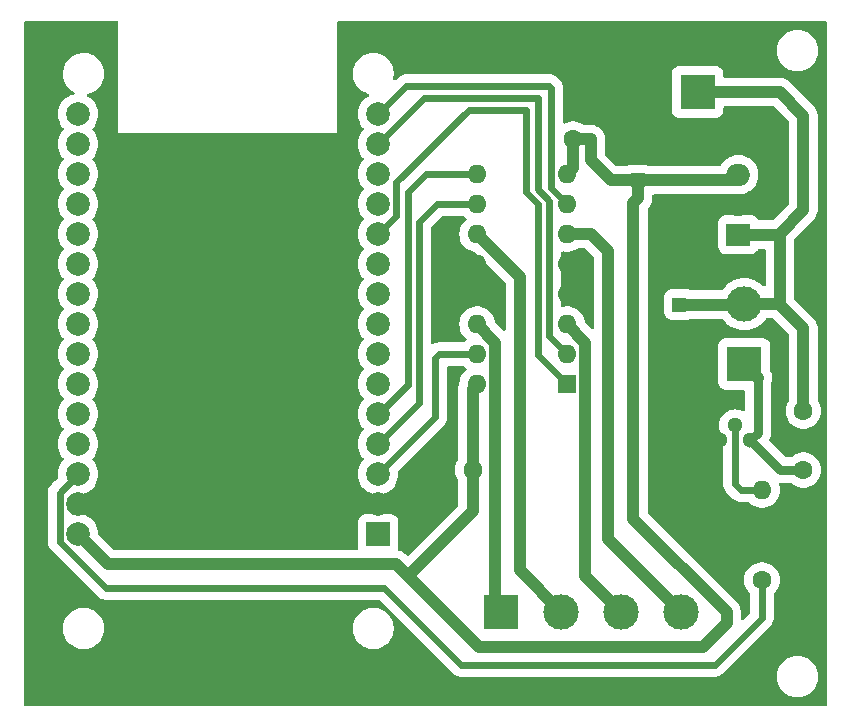
<source format=gbr>
%TF.GenerationSoftware,KiCad,Pcbnew,8.0.4*%
%TF.CreationDate,2024-09-08T20:37:16-05:00*%
%TF.ProjectId,rtt_version_final,7274745f-7665-4727-9369-6f6e5f66696e,rev?*%
%TF.SameCoordinates,Original*%
%TF.FileFunction,Copper,L2,Bot*%
%TF.FilePolarity,Positive*%
%FSLAX46Y46*%
G04 Gerber Fmt 4.6, Leading zero omitted, Abs format (unit mm)*
G04 Created by KiCad (PCBNEW 8.0.4) date 2024-09-08 20:37:16*
%MOMM*%
%LPD*%
G01*
G04 APERTURE LIST*
%TA.AperFunction,ComponentPad*%
%ADD10R,3.000000X3.000000*%
%TD*%
%TA.AperFunction,ComponentPad*%
%ADD11C,3.000000*%
%TD*%
%TA.AperFunction,ComponentPad*%
%ADD12R,1.200000X1.200000*%
%TD*%
%TA.AperFunction,ComponentPad*%
%ADD13C,1.200000*%
%TD*%
%TA.AperFunction,ComponentPad*%
%ADD14C,1.600000*%
%TD*%
%TA.AperFunction,ComponentPad*%
%ADD15R,2.000000X1.905000*%
%TD*%
%TA.AperFunction,ComponentPad*%
%ADD16O,2.000000X1.905000*%
%TD*%
%TA.AperFunction,ComponentPad*%
%ADD17R,1.600000X1.600000*%
%TD*%
%TA.AperFunction,ComponentPad*%
%ADD18O,1.600000X1.600000*%
%TD*%
%TA.AperFunction,ComponentPad*%
%ADD19C,1.300000*%
%TD*%
%TA.AperFunction,ComponentPad*%
%ADD20R,2.000000X2.000000*%
%TD*%
%TA.AperFunction,ComponentPad*%
%ADD21C,2.000000*%
%TD*%
%TA.AperFunction,ViaPad*%
%ADD22C,1.300000*%
%TD*%
%TA.AperFunction,Conductor*%
%ADD23C,0.600000*%
%TD*%
%TA.AperFunction,Conductor*%
%ADD24C,1.000000*%
%TD*%
%TA.AperFunction,Conductor*%
%ADD25C,0.800000*%
%TD*%
G04 APERTURE END LIST*
D10*
%TO.P,J3,1,Pin_1*%
%TO.N,/motor_fuerza*%
X161000000Y-77040000D03*
D11*
%TO.P,J3,2,Pin_2*%
%TO.N,+9V*%
X161000000Y-71960000D03*
%TD*%
D12*
%TO.P,C4,1*%
%TO.N,+5V*%
X152000000Y-61472600D03*
D13*
%TO.P,C4,2*%
%TO.N,GND*%
X152000000Y-59472600D03*
%TD*%
D10*
%TO.P,J1,1,Pin_1*%
%TO.N,/pot_4y*%
X140420000Y-98000000D03*
D11*
%TO.P,J1,2,Pin_2*%
%TO.N,/pot_3y*%
X145500000Y-98000000D03*
%TO.P,J1,3,Pin_3*%
%TO.N,/pot_1y*%
X150580000Y-98000000D03*
%TO.P,J1,4,Pin_4*%
%TO.N,/pot_2y*%
X155660000Y-98000000D03*
%TD*%
D12*
%TO.P,C3,1*%
%TO.N,+9V*%
X155500000Y-72000000D03*
D13*
%TO.P,C3,2*%
%TO.N,GND*%
X153500000Y-72000000D03*
%TD*%
D14*
%TO.P,C2,1*%
%TO.N,GND*%
X133000000Y-86000000D03*
%TO.P,C2,2*%
%TO.N,+5V*%
X138000000Y-86000000D03*
%TD*%
%TO.P,C1,1*%
%TO.N,+5V*%
X146500000Y-58000000D03*
%TO.P,C1,2*%
%TO.N,GND*%
X146500000Y-53000000D03*
%TD*%
D15*
%TO.P,U1,1,VI*%
%TO.N,+9V*%
X160500000Y-66080000D03*
D16*
%TO.P,U1,2,GND*%
%TO.N,GND*%
X160500000Y-63540000D03*
%TO.P,U1,3,VO*%
%TO.N,+5V*%
X160500000Y-61000000D03*
%TD*%
D17*
%TO.P,U2,1,EN1\u002C2*%
%TO.N,/EN12*%
X146000000Y-78740000D03*
D18*
%TO.P,U2,2,1A*%
%TO.N,/1A*%
X146000000Y-76200000D03*
%TO.P,U2,3,1Y*%
%TO.N,/pot_1y*%
X146000000Y-73660000D03*
%TO.P,U2,4,GND*%
%TO.N,GND*%
X146000000Y-71120000D03*
%TO.P,U2,5,GND*%
X146000000Y-68580000D03*
%TO.P,U2,6,2Y*%
%TO.N,/pot_2y*%
X146000000Y-66040000D03*
%TO.P,U2,7,2A*%
%TO.N,/2A*%
X146000000Y-63500000D03*
%TO.P,U2,8,VCC2*%
%TO.N,+5V*%
X146000000Y-60960000D03*
%TO.P,U2,9,EN3\u002C4*%
%TO.N,/EN34*%
X138380000Y-60960000D03*
%TO.P,U2,10,3A*%
%TO.N,/3A*%
X138380000Y-63500000D03*
%TO.P,U2,11,3Y*%
%TO.N,/pot_3y*%
X138380000Y-66040000D03*
%TO.P,U2,12,GND*%
%TO.N,GND*%
X138380000Y-68580000D03*
%TO.P,U2,13,GND*%
X138380000Y-71120000D03*
%TO.P,U2,14,4Y*%
%TO.N,/pot_4y*%
X138380000Y-73660000D03*
%TO.P,U2,15,4A*%
%TO.N,/4A*%
X138380000Y-76200000D03*
%TO.P,U2,16,VCC1*%
%TO.N,+5V*%
X138380000Y-78740000D03*
%TD*%
D19*
%TO.P,Q2,1,E*%
%TO.N,GND*%
X158960000Y-83500000D03*
%TO.P,Q2,2,B*%
%TO.N,Net-(Q2-B)*%
X160230000Y-82230000D03*
%TO.P,Q2,3,C*%
%TO.N,/motor_fuerza*%
X161500000Y-83500000D03*
%TD*%
D20*
%TO.P,U3,1,3V3*%
%TO.N,unconnected-(U3-3V3-Pad1)*%
X130000000Y-91440000D03*
D21*
%TO.P,U3,2,GND*%
%TO.N,GND*%
X130000000Y-88900000D03*
%TO.P,U3,3,D15*%
%TO.N,/4A*%
X130000000Y-86360000D03*
%TO.P,U3,4,D2*%
%TO.N,/3A*%
X130000000Y-83820000D03*
%TO.P,U3,5,D4*%
%TO.N,/EN34*%
X130000000Y-81280000D03*
%TO.P,U3,6,RX2*%
%TO.N,unconnected-(U3-RX2-Pad6)*%
X130000000Y-78740000D03*
%TO.P,U3,7,TX2*%
%TO.N,unconnected-(U3-TX2-Pad7)*%
X130000000Y-76200000D03*
%TO.P,U3,8,D5*%
%TO.N,unconnected-(U3-D5-Pad8)*%
X130000000Y-73660000D03*
%TO.P,U3,9,D18*%
%TO.N,unconnected-(U3-D18-Pad9)*%
X130000000Y-71120000D03*
%TO.P,U3,10,D19*%
%TO.N,unconnected-(U3-D19-Pad10)*%
X130000000Y-68580000D03*
%TO.P,U3,11,D21*%
%TO.N,/EN12*%
X130000000Y-66040000D03*
%TO.P,U3,12,RX0*%
%TO.N,unconnected-(U3-RX0-Pad12)*%
X130000000Y-63500000D03*
%TO.P,U3,13,TX0*%
%TO.N,unconnected-(U3-TX0-Pad13)*%
X130000000Y-60960000D03*
%TO.P,U3,14,D22*%
%TO.N,/1A*%
X130000000Y-58420000D03*
%TO.P,U3,15,D23*%
%TO.N,/2A*%
X130000000Y-55880000D03*
%TO.P,U3,16,EN*%
%TO.N,unconnected-(U3-EN-Pad16)*%
X104600000Y-55880000D03*
%TO.P,U3,17,VP*%
%TO.N,unconnected-(U3-VP-Pad17)*%
X104600000Y-58420000D03*
%TO.P,U3,18,VN*%
%TO.N,unconnected-(U3-VN-Pad18)*%
X104600000Y-60960000D03*
%TO.P,U3,19,D34*%
%TO.N,unconnected-(U3-D34-Pad19)*%
X104600000Y-63500000D03*
%TO.P,U3,20,D35*%
%TO.N,unconnected-(U3-D35-Pad20)*%
X104600000Y-66040000D03*
%TO.P,U3,21,D32*%
%TO.N,unconnected-(U3-D32-Pad21)*%
X104600000Y-68580000D03*
%TO.P,U3,22,D33*%
%TO.N,unconnected-(U3-D33-Pad22)*%
X104600000Y-71120000D03*
%TO.P,U3,23,D25*%
%TO.N,unconnected-(U3-D25-Pad23)*%
X104600000Y-73660000D03*
%TO.P,U3,24,D26*%
%TO.N,unconnected-(U3-D26-Pad24)*%
X104600000Y-76200000D03*
%TO.P,U3,25,D27*%
%TO.N,unconnected-(U3-D27-Pad25)*%
X104600000Y-78740000D03*
%TO.P,U3,26,D14*%
%TO.N,unconnected-(U3-D14-Pad26)*%
X104600000Y-81280000D03*
%TO.P,U3,27,D12*%
%TO.N,unconnected-(U3-D12-Pad27)*%
X104600000Y-83820000D03*
%TO.P,U3,28,D13*%
%TO.N,/pwm*%
X104600000Y-86360000D03*
%TO.P,U3,29,GND*%
%TO.N,GND*%
X104600000Y-88900000D03*
%TO.P,U3,30,VIN*%
%TO.N,+5V*%
X104600000Y-91440000D03*
%TD*%
D14*
%TO.P,C5,1*%
%TO.N,+9V*%
X166000000Y-81000000D03*
%TO.P,C5,2*%
%TO.N,/motor_fuerza*%
X166000000Y-86000000D03*
%TD*%
D10*
%TO.P,J2,1,Pin_1*%
%TO.N,+9V*%
X157040000Y-54000000D03*
D11*
%TO.P,J2,2,Pin_2*%
%TO.N,GND*%
X151960000Y-54000000D03*
%TD*%
D14*
%TO.P,R1,1*%
%TO.N,/pwm*%
X162500000Y-95310000D03*
D18*
%TO.P,R1,2*%
%TO.N,Net-(Q2-B)*%
X162500000Y-87690000D03*
%TD*%
D22*
%TO.N,GND*%
X147500000Y-72000000D03*
X136500000Y-68500000D03*
X155000000Y-78500000D03*
X135500000Y-84000000D03*
%TD*%
D23*
%TO.N,/3A*%
X133500000Y-80320000D02*
X130000000Y-83820000D01*
X133500000Y-65000000D02*
X133500000Y-80320000D01*
X138380000Y-63500000D02*
X135000000Y-63500000D01*
X135000000Y-63500000D02*
X133500000Y-65000000D01*
%TO.N,/EN34*%
X132500000Y-78780000D02*
X130000000Y-81280000D01*
X134040000Y-60960000D02*
X132500000Y-62500000D01*
X132500000Y-62500000D02*
X132500000Y-78780000D01*
X138380000Y-60960000D02*
X134040000Y-60960000D01*
D24*
%TO.N,/pot_4y*%
X138380000Y-73660000D02*
X139934000Y-75214000D01*
X139934000Y-75214000D02*
X139934000Y-97514000D01*
X139934000Y-97514000D02*
X140420000Y-98000000D01*
%TO.N,/pot_2y*%
X148040000Y-66040000D02*
X146000000Y-66040000D01*
X149500000Y-67500000D02*
X148040000Y-66040000D01*
X155660000Y-98000000D02*
X149500000Y-91840000D01*
X149500000Y-91840000D02*
X149500000Y-67500000D01*
%TO.N,/pot_3y*%
X142000000Y-69660000D02*
X142000000Y-94500000D01*
X138380000Y-66040000D02*
X142000000Y-69660000D01*
X142000000Y-94500000D02*
X145500000Y-98000000D01*
%TO.N,/pot_1y*%
X147554000Y-94974000D02*
X147554000Y-75214000D01*
X147554000Y-75214000D02*
X146000000Y-73660000D01*
X150580000Y-98000000D02*
X147554000Y-94974000D01*
%TO.N,+9V*%
X163920000Y-66080000D02*
X164000000Y-66000000D01*
X166000000Y-74000000D02*
X164000000Y-72000000D01*
X157040000Y-54000000D02*
X164000000Y-54000000D01*
X163960000Y-71960000D02*
X161000000Y-71960000D01*
X166000000Y-56000000D02*
X166000000Y-64000000D01*
X164000000Y-72000000D02*
X163960000Y-71960000D01*
X164000000Y-66000000D02*
X164000000Y-72000000D01*
X166000000Y-64000000D02*
X164000000Y-66000000D01*
X164000000Y-54000000D02*
X166000000Y-56000000D01*
X155500000Y-72000000D02*
X160960000Y-72000000D01*
X166000000Y-81000000D02*
X166000000Y-74000000D01*
X160960000Y-72000000D02*
X161000000Y-71960000D01*
X160500000Y-66080000D02*
X163920000Y-66080000D01*
%TO.N,GND*%
X136580000Y-68580000D02*
X136500000Y-68500000D01*
X151960000Y-54000000D02*
X151500000Y-54000000D01*
X138380000Y-68580000D02*
X136580000Y-68580000D01*
X138380000Y-71120000D02*
X138380000Y-68580000D01*
%TO.N,/motor_fuerza*%
X160770000Y-77270000D02*
X161000000Y-77040000D01*
D25*
X162149999Y-82850001D02*
X161500000Y-83500000D01*
X164000000Y-86000000D02*
X161500000Y-83500000D01*
X162149999Y-78189999D02*
X162149999Y-82850001D01*
D24*
X161000000Y-77040000D02*
X162149999Y-78189999D01*
D25*
X166000000Y-86000000D02*
X164000000Y-86000000D01*
D23*
%TO.N,/pwm*%
X103046000Y-87914000D02*
X104600000Y-86360000D01*
X137000000Y-102500000D02*
X130500000Y-96000000D01*
X103046000Y-92083688D02*
X103046000Y-87914000D01*
X130500000Y-96000000D02*
X106962312Y-96000000D01*
X158500000Y-102500000D02*
X137000000Y-102500000D01*
X162500000Y-98500000D02*
X162500000Y-95310000D01*
X106962312Y-96000000D02*
X103046000Y-92083688D01*
X158500000Y-102500000D02*
X162500000Y-98500000D01*
D24*
%TO.N,+5V*%
X157500000Y-101000000D02*
X138500000Y-101000000D01*
X132500000Y-95000000D02*
X131500000Y-94000000D01*
X149709800Y-61472600D02*
X152000000Y-61472600D01*
X160027400Y-61472600D02*
X160500000Y-61000000D01*
X138000000Y-86000000D02*
X138000000Y-79120000D01*
X146500000Y-60460000D02*
X146000000Y-60960000D01*
X152000000Y-63000000D02*
X151618600Y-63381400D01*
X146500000Y-58000000D02*
X148000000Y-58000000D01*
X107160000Y-94000000D02*
X104600000Y-91440000D01*
X148000000Y-58000000D02*
X148000000Y-59762800D01*
X131500000Y-94000000D02*
X107160000Y-94000000D01*
X159500000Y-98000000D02*
X159500000Y-99000000D01*
X146500000Y-58000000D02*
X146500000Y-60460000D01*
X151618600Y-63381400D02*
X151618600Y-90118600D01*
X152000000Y-61472600D02*
X160027400Y-61472600D01*
X138000000Y-79120000D02*
X138380000Y-78740000D01*
X138000000Y-86000000D02*
X138000000Y-89500000D01*
X138500000Y-101000000D02*
X132500000Y-95000000D01*
X148000000Y-59762800D02*
X149709800Y-61472600D01*
X138000000Y-89500000D02*
X132500000Y-95000000D01*
X159500000Y-99000000D02*
X157500000Y-101000000D01*
X152000000Y-61472600D02*
X152000000Y-63000000D01*
X151618600Y-90118600D02*
X159500000Y-98000000D01*
D23*
%TO.N,/2A*%
X144500000Y-53500000D02*
X132380000Y-53500000D01*
X144646000Y-62146000D02*
X144646000Y-53646000D01*
X144646000Y-53646000D02*
X144500000Y-53500000D01*
X132380000Y-53500000D02*
X130000000Y-55880000D01*
X146000000Y-63500000D02*
X144646000Y-62146000D01*
%TO.N,/4A*%
X134854000Y-76500000D02*
X134854000Y-81506000D01*
X138380000Y-76200000D02*
X135154000Y-76200000D01*
X135154000Y-76200000D02*
X134854000Y-76500000D01*
X134854000Y-81506000D02*
X130000000Y-86360000D01*
%TO.N,/1A*%
X144500000Y-74700000D02*
X144500000Y-63207738D01*
X143500000Y-62207738D02*
X143500000Y-54500000D01*
X133920000Y-54500000D02*
X130000000Y-58420000D01*
X144500000Y-63207738D02*
X143500000Y-62207738D01*
X146000000Y-76200000D02*
X144500000Y-74700000D01*
X143500000Y-54500000D02*
X133920000Y-54500000D01*
%TO.N,/EN12*%
X143500000Y-76240000D02*
X143500000Y-63500000D01*
X143500000Y-63500000D02*
X142500000Y-62500000D01*
X142500000Y-62500000D02*
X142500000Y-55500000D01*
X142500000Y-55500000D02*
X137657688Y-55500000D01*
X131554000Y-64486000D02*
X130000000Y-66040000D01*
X131554000Y-61603688D02*
X131554000Y-64486000D01*
X137657688Y-55500000D02*
X131554000Y-61603688D01*
X146000000Y-78740000D02*
X143500000Y-76240000D01*
%TO.N,Net-(Q2-B)*%
X160230000Y-82230000D02*
X160230000Y-87230000D01*
X160690000Y-87690000D02*
X162500000Y-87690000D01*
X160230000Y-87230000D02*
X160690000Y-87690000D01*
X162500000Y-87690000D02*
X162500000Y-87410000D01*
%TD*%
%TA.AperFunction,Conductor*%
%TO.N,GND*%
G36*
X137274184Y-64520185D02*
G01*
X137298374Y-64540517D01*
X137360252Y-64607734D01*
X137360256Y-64607738D01*
X137443008Y-64672147D01*
X137483821Y-64728857D01*
X137487496Y-64798630D01*
X137452864Y-64859313D01*
X137443014Y-64867848D01*
X137384400Y-64913469D01*
X137360257Y-64932261D01*
X137191833Y-65115217D01*
X137055826Y-65323393D01*
X136955936Y-65551118D01*
X136894892Y-65792175D01*
X136894890Y-65792187D01*
X136874357Y-66039994D01*
X136874357Y-66040005D01*
X136894890Y-66287812D01*
X136894892Y-66287824D01*
X136955936Y-66528881D01*
X137055826Y-66756606D01*
X137191833Y-66964782D01*
X137191836Y-66964785D01*
X137360256Y-67147738D01*
X137556491Y-67300474D01*
X137775190Y-67418828D01*
X138010386Y-67499571D01*
X138128946Y-67519354D01*
X138191831Y-67549804D01*
X138196218Y-67553982D01*
X140763181Y-70120945D01*
X140796666Y-70182268D01*
X140799500Y-70208626D01*
X140799500Y-74082374D01*
X140779815Y-74149413D01*
X140727011Y-74195168D01*
X140657853Y-74205112D01*
X140594297Y-74176087D01*
X140587819Y-74170055D01*
X140265592Y-73847828D01*
X139900238Y-73482474D01*
X139866755Y-73421154D01*
X139865609Y-73415189D01*
X139865109Y-73412196D01*
X139865108Y-73412179D01*
X139815916Y-73217926D01*
X139804063Y-73171118D01*
X139704173Y-72943393D01*
X139568166Y-72735217D01*
X139535183Y-72699388D01*
X139399744Y-72552262D01*
X139203509Y-72399526D01*
X139203507Y-72399525D01*
X139203506Y-72399524D01*
X138984811Y-72281172D01*
X138984802Y-72281169D01*
X138749616Y-72200429D01*
X138504335Y-72159500D01*
X138255665Y-72159500D01*
X138010383Y-72200429D01*
X137775197Y-72281169D01*
X137775188Y-72281172D01*
X137556493Y-72399524D01*
X137360257Y-72552261D01*
X137191833Y-72735217D01*
X137055826Y-72943393D01*
X136955936Y-73171118D01*
X136894892Y-73412175D01*
X136894890Y-73412187D01*
X136874357Y-73659994D01*
X136874357Y-73660005D01*
X136894890Y-73907812D01*
X136894892Y-73907824D01*
X136955936Y-74148881D01*
X137055826Y-74376606D01*
X137191833Y-74584782D01*
X137191836Y-74584785D01*
X137360256Y-74767738D01*
X137443008Y-74832147D01*
X137483821Y-74888857D01*
X137487496Y-74958630D01*
X137452864Y-75019313D01*
X137443014Y-75027848D01*
X137427252Y-75040117D01*
X137360255Y-75092262D01*
X137360252Y-75092265D01*
X137298374Y-75159483D01*
X137238487Y-75195474D01*
X137207145Y-75199500D01*
X135055455Y-75199500D01*
X134958812Y-75218724D01*
X134862171Y-75237947D01*
X134862163Y-75237949D01*
X134811903Y-75258768D01*
X134811902Y-75258768D01*
X134674457Y-75315699D01*
X134673660Y-75313776D01*
X134614514Y-75326073D01*
X134549277Y-75301054D01*
X134507924Y-75244737D01*
X134500500Y-75202476D01*
X134500500Y-65465782D01*
X134520185Y-65398743D01*
X134536819Y-65378101D01*
X135378102Y-64536819D01*
X135439425Y-64503334D01*
X135465783Y-64500500D01*
X137207145Y-64500500D01*
X137274184Y-64520185D01*
G37*
%TD.AperFunction*%
%TA.AperFunction,Conductor*%
G36*
X147558413Y-67260185D02*
G01*
X147579055Y-67276819D01*
X148263181Y-67960944D01*
X148296666Y-68022267D01*
X148299500Y-68048625D01*
X148299500Y-73962374D01*
X148279815Y-74029413D01*
X148227011Y-74075168D01*
X148157853Y-74085112D01*
X148094297Y-74056087D01*
X148087819Y-74050055D01*
X147520240Y-73482476D01*
X147486755Y-73421153D01*
X147485610Y-73415190D01*
X147485108Y-73412190D01*
X147485108Y-73412179D01*
X147424063Y-73171119D01*
X147417198Y-73155469D01*
X147324173Y-72943393D01*
X147188166Y-72735217D01*
X147155183Y-72699388D01*
X147019744Y-72552262D01*
X146823509Y-72399526D01*
X146823507Y-72399525D01*
X146823506Y-72399524D01*
X146604811Y-72281172D01*
X146604802Y-72281169D01*
X146369616Y-72200429D01*
X146124335Y-72159500D01*
X145875665Y-72159500D01*
X145644909Y-72198005D01*
X145575544Y-72189623D01*
X145521722Y-72145070D01*
X145500532Y-72078491D01*
X145500500Y-72075696D01*
X145500500Y-67624303D01*
X145520185Y-67557264D01*
X145572989Y-67511509D01*
X145642147Y-67501565D01*
X145644860Y-67501986D01*
X145875665Y-67540500D01*
X145875666Y-67540500D01*
X146124335Y-67540500D01*
X146369614Y-67499571D01*
X146604810Y-67418828D01*
X146823509Y-67300474D01*
X146861325Y-67271041D01*
X146866972Y-67266646D01*
X146931967Y-67241004D01*
X146943134Y-67240500D01*
X147491374Y-67240500D01*
X147558413Y-67260185D01*
G37*
%TD.AperFunction*%
%TA.AperFunction,Conductor*%
G36*
X107943039Y-48019685D02*
G01*
X107988794Y-48072489D01*
X108000000Y-48124000D01*
X108000000Y-57500000D01*
X126500000Y-57500000D01*
X126500000Y-50385258D01*
X163749500Y-50385258D01*
X163749500Y-50614741D01*
X163764603Y-50729451D01*
X163779452Y-50842238D01*
X163819417Y-50991392D01*
X163838842Y-51063887D01*
X163926650Y-51275876D01*
X163926657Y-51275890D01*
X164041392Y-51474617D01*
X164181081Y-51656661D01*
X164181089Y-51656670D01*
X164343330Y-51818911D01*
X164343338Y-51818918D01*
X164525382Y-51958607D01*
X164525385Y-51958608D01*
X164525388Y-51958611D01*
X164724112Y-52073344D01*
X164724117Y-52073346D01*
X164724123Y-52073349D01*
X164807197Y-52107759D01*
X164936113Y-52161158D01*
X165157762Y-52220548D01*
X165385266Y-52250500D01*
X165385273Y-52250500D01*
X165614727Y-52250500D01*
X165614734Y-52250500D01*
X165842238Y-52220548D01*
X166063887Y-52161158D01*
X166275888Y-52073344D01*
X166474612Y-51958611D01*
X166656661Y-51818919D01*
X166656665Y-51818914D01*
X166656670Y-51818911D01*
X166818911Y-51656670D01*
X166818914Y-51656665D01*
X166818919Y-51656661D01*
X166958611Y-51474612D01*
X167073344Y-51275888D01*
X167161158Y-51063887D01*
X167220548Y-50842238D01*
X167250500Y-50614734D01*
X167250500Y-50385266D01*
X167220548Y-50157762D01*
X167161158Y-49936113D01*
X167073344Y-49724112D01*
X166958611Y-49525388D01*
X166958608Y-49525385D01*
X166958607Y-49525382D01*
X166818918Y-49343338D01*
X166818911Y-49343330D01*
X166656670Y-49181089D01*
X166656661Y-49181081D01*
X166474617Y-49041392D01*
X166275890Y-48926657D01*
X166275876Y-48926650D01*
X166063887Y-48838842D01*
X165842238Y-48779452D01*
X165804215Y-48774446D01*
X165614741Y-48749500D01*
X165614734Y-48749500D01*
X165385266Y-48749500D01*
X165385258Y-48749500D01*
X165168715Y-48778009D01*
X165157762Y-48779452D01*
X165064076Y-48804554D01*
X164936112Y-48838842D01*
X164724123Y-48926650D01*
X164724109Y-48926657D01*
X164525382Y-49041392D01*
X164343338Y-49181081D01*
X164181081Y-49343338D01*
X164041392Y-49525382D01*
X163926657Y-49724109D01*
X163926650Y-49724123D01*
X163838842Y-49936112D01*
X163779453Y-50157759D01*
X163779451Y-50157770D01*
X163749500Y-50385258D01*
X126500000Y-50385258D01*
X126500000Y-48124000D01*
X126519685Y-48056961D01*
X126572489Y-48011206D01*
X126624000Y-48000000D01*
X167876000Y-48000000D01*
X167943039Y-48019685D01*
X167988794Y-48072489D01*
X168000000Y-48124000D01*
X168000000Y-105876000D01*
X167980315Y-105943039D01*
X167927511Y-105988794D01*
X167876000Y-106000000D01*
X100124000Y-106000000D01*
X100056961Y-105980315D01*
X100011206Y-105927511D01*
X100000000Y-105876000D01*
X100000000Y-99285258D01*
X103319500Y-99285258D01*
X103319500Y-99514741D01*
X103338342Y-99657853D01*
X103349452Y-99742238D01*
X103356809Y-99769695D01*
X103408842Y-99963887D01*
X103496650Y-100175876D01*
X103496657Y-100175890D01*
X103611392Y-100374617D01*
X103751081Y-100556661D01*
X103751089Y-100556670D01*
X103913330Y-100718911D01*
X103913338Y-100718918D01*
X104095382Y-100858607D01*
X104095385Y-100858608D01*
X104095388Y-100858611D01*
X104294112Y-100973344D01*
X104294117Y-100973346D01*
X104294123Y-100973349D01*
X104385480Y-101011190D01*
X104506113Y-101061158D01*
X104727762Y-101120548D01*
X104955266Y-101150500D01*
X104955273Y-101150500D01*
X105184727Y-101150500D01*
X105184734Y-101150500D01*
X105412238Y-101120548D01*
X105633887Y-101061158D01*
X105845888Y-100973344D01*
X106044612Y-100858611D01*
X106226661Y-100718919D01*
X106226665Y-100718914D01*
X106226670Y-100718911D01*
X106388911Y-100556670D01*
X106388914Y-100556665D01*
X106388919Y-100556661D01*
X106528611Y-100374612D01*
X106643344Y-100175888D01*
X106731158Y-99963887D01*
X106790548Y-99742238D01*
X106820500Y-99514734D01*
X106820500Y-99285266D01*
X106820499Y-99285258D01*
X127829500Y-99285258D01*
X127829500Y-99514741D01*
X127848342Y-99657853D01*
X127859452Y-99742238D01*
X127866809Y-99769695D01*
X127918842Y-99963887D01*
X128006650Y-100175876D01*
X128006657Y-100175890D01*
X128121392Y-100374617D01*
X128261081Y-100556661D01*
X128261089Y-100556670D01*
X128423330Y-100718911D01*
X128423338Y-100718918D01*
X128605382Y-100858607D01*
X128605385Y-100858608D01*
X128605388Y-100858611D01*
X128804112Y-100973344D01*
X128804117Y-100973346D01*
X128804123Y-100973349D01*
X128895480Y-101011190D01*
X129016113Y-101061158D01*
X129237762Y-101120548D01*
X129465266Y-101150500D01*
X129465273Y-101150500D01*
X129694727Y-101150500D01*
X129694734Y-101150500D01*
X129922238Y-101120548D01*
X130143887Y-101061158D01*
X130355888Y-100973344D01*
X130554612Y-100858611D01*
X130736661Y-100718919D01*
X130736665Y-100718914D01*
X130736670Y-100718911D01*
X130898911Y-100556670D01*
X130898914Y-100556665D01*
X130898919Y-100556661D01*
X131038611Y-100374612D01*
X131153344Y-100175888D01*
X131241158Y-99963887D01*
X131300548Y-99742238D01*
X131330500Y-99514734D01*
X131330500Y-99285266D01*
X131300548Y-99057762D01*
X131241158Y-98836113D01*
X131187422Y-98706383D01*
X131153349Y-98624123D01*
X131153346Y-98624117D01*
X131153344Y-98624112D01*
X131038611Y-98425388D01*
X131038608Y-98425385D01*
X131038607Y-98425382D01*
X130898918Y-98243338D01*
X130898911Y-98243330D01*
X130736670Y-98081089D01*
X130736661Y-98081081D01*
X130554617Y-97941392D01*
X130355890Y-97826657D01*
X130355876Y-97826650D01*
X130143887Y-97738842D01*
X130069394Y-97718882D01*
X129922238Y-97679452D01*
X129884215Y-97674446D01*
X129694741Y-97649500D01*
X129694734Y-97649500D01*
X129465266Y-97649500D01*
X129465258Y-97649500D01*
X129248715Y-97678009D01*
X129237762Y-97679452D01*
X129144076Y-97704554D01*
X129016112Y-97738842D01*
X128804123Y-97826650D01*
X128804109Y-97826657D01*
X128605382Y-97941392D01*
X128423338Y-98081081D01*
X128261081Y-98243338D01*
X128121392Y-98425382D01*
X128006657Y-98624109D01*
X128006650Y-98624123D01*
X127918842Y-98836112D01*
X127859453Y-99057759D01*
X127859451Y-99057770D01*
X127829500Y-99285258D01*
X106820499Y-99285258D01*
X106790548Y-99057762D01*
X106731158Y-98836113D01*
X106677422Y-98706383D01*
X106643349Y-98624123D01*
X106643346Y-98624117D01*
X106643344Y-98624112D01*
X106528611Y-98425388D01*
X106528608Y-98425385D01*
X106528607Y-98425382D01*
X106388918Y-98243338D01*
X106388911Y-98243330D01*
X106226670Y-98081089D01*
X106226661Y-98081081D01*
X106044617Y-97941392D01*
X105845890Y-97826657D01*
X105845876Y-97826650D01*
X105633887Y-97738842D01*
X105559394Y-97718882D01*
X105412238Y-97679452D01*
X105374215Y-97674446D01*
X105184741Y-97649500D01*
X105184734Y-97649500D01*
X104955266Y-97649500D01*
X104955258Y-97649500D01*
X104738715Y-97678009D01*
X104727762Y-97679452D01*
X104634076Y-97704554D01*
X104506112Y-97738842D01*
X104294123Y-97826650D01*
X104294109Y-97826657D01*
X104095382Y-97941392D01*
X103913338Y-98081081D01*
X103751081Y-98243338D01*
X103611392Y-98425382D01*
X103496657Y-98624109D01*
X103496650Y-98624123D01*
X103408842Y-98836112D01*
X103349453Y-99057759D01*
X103349451Y-99057770D01*
X103319500Y-99285258D01*
X100000000Y-99285258D01*
X100000000Y-92182231D01*
X102045499Y-92182231D01*
X102083947Y-92375517D01*
X102083950Y-92375527D01*
X102159364Y-92557595D01*
X102159371Y-92557608D01*
X102268859Y-92721468D01*
X102268860Y-92721469D01*
X102268861Y-92721470D01*
X102408218Y-92860827D01*
X102408219Y-92860827D01*
X102415286Y-92867894D01*
X102415285Y-92867894D01*
X102415289Y-92867897D01*
X106324527Y-96777137D01*
X106324531Y-96777140D01*
X106488391Y-96886628D01*
X106488400Y-96886633D01*
X106514377Y-96897393D01*
X106670477Y-96962052D01*
X106835554Y-96994888D01*
X106863767Y-97000500D01*
X106863770Y-97000501D01*
X106863772Y-97000501D01*
X107066967Y-97000501D01*
X107066987Y-97000500D01*
X130034218Y-97000500D01*
X130101257Y-97020185D01*
X130121899Y-97036819D01*
X136219735Y-103134655D01*
X136219764Y-103134686D01*
X136362214Y-103277136D01*
X136362218Y-103277139D01*
X136526079Y-103386628D01*
X136526092Y-103386635D01*
X136654833Y-103439961D01*
X136697744Y-103457735D01*
X136708164Y-103462051D01*
X136804812Y-103481275D01*
X136853135Y-103490887D01*
X136901458Y-103500500D01*
X136901459Y-103500500D01*
X158598542Y-103500500D01*
X158617870Y-103496655D01*
X158695188Y-103481275D01*
X158791836Y-103462051D01*
X158845165Y-103439961D01*
X158973914Y-103386632D01*
X158975970Y-103385258D01*
X163749500Y-103385258D01*
X163749500Y-103614741D01*
X163774446Y-103804215D01*
X163779452Y-103842238D01*
X163779453Y-103842240D01*
X163838842Y-104063887D01*
X163926650Y-104275876D01*
X163926657Y-104275890D01*
X164041392Y-104474617D01*
X164181081Y-104656661D01*
X164181089Y-104656670D01*
X164343330Y-104818911D01*
X164343338Y-104818918D01*
X164525382Y-104958607D01*
X164525385Y-104958608D01*
X164525388Y-104958611D01*
X164724112Y-105073344D01*
X164724117Y-105073346D01*
X164724123Y-105073349D01*
X164815480Y-105111190D01*
X164936113Y-105161158D01*
X165157762Y-105220548D01*
X165385266Y-105250500D01*
X165385273Y-105250500D01*
X165614727Y-105250500D01*
X165614734Y-105250500D01*
X165842238Y-105220548D01*
X166063887Y-105161158D01*
X166275888Y-105073344D01*
X166474612Y-104958611D01*
X166656661Y-104818919D01*
X166656665Y-104818914D01*
X166656670Y-104818911D01*
X166818911Y-104656670D01*
X166818914Y-104656665D01*
X166818919Y-104656661D01*
X166958611Y-104474612D01*
X167073344Y-104275888D01*
X167161158Y-104063887D01*
X167220548Y-103842238D01*
X167250500Y-103614734D01*
X167250500Y-103385266D01*
X167220548Y-103157762D01*
X167161158Y-102936113D01*
X167073344Y-102724112D01*
X166958611Y-102525388D01*
X166958608Y-102525385D01*
X166958607Y-102525382D01*
X166818918Y-102343338D01*
X166818911Y-102343330D01*
X166656670Y-102181089D01*
X166656661Y-102181081D01*
X166474617Y-102041392D01*
X166275890Y-101926657D01*
X166275876Y-101926650D01*
X166063887Y-101838842D01*
X165842238Y-101779452D01*
X165804215Y-101774446D01*
X165614741Y-101749500D01*
X165614734Y-101749500D01*
X165385266Y-101749500D01*
X165385258Y-101749500D01*
X165168715Y-101778009D01*
X165157762Y-101779452D01*
X165064076Y-101804554D01*
X164936112Y-101838842D01*
X164724123Y-101926650D01*
X164724109Y-101926657D01*
X164525382Y-102041392D01*
X164343338Y-102181081D01*
X164181081Y-102343338D01*
X164041392Y-102525382D01*
X163926657Y-102724109D01*
X163926650Y-102724123D01*
X163838842Y-102936112D01*
X163838842Y-102936113D01*
X163784807Y-103137779D01*
X163779453Y-103157759D01*
X163779451Y-103157770D01*
X163749500Y-103385258D01*
X158975970Y-103385258D01*
X159137782Y-103277139D01*
X159277139Y-103137782D01*
X159277139Y-103137780D01*
X159287347Y-103127573D01*
X159287348Y-103127570D01*
X163277139Y-99137782D01*
X163306072Y-99094481D01*
X163386632Y-98973914D01*
X163462051Y-98791835D01*
X163488369Y-98659527D01*
X163500500Y-98598543D01*
X163500500Y-96487027D01*
X163520185Y-96419988D01*
X163533265Y-96403049D01*
X163688164Y-96234785D01*
X163824173Y-96026607D01*
X163924063Y-95798881D01*
X163985108Y-95557821D01*
X163995299Y-95434832D01*
X164005643Y-95310005D01*
X164005643Y-95309994D01*
X163985109Y-95062187D01*
X163985107Y-95062175D01*
X163924063Y-94821118D01*
X163824173Y-94593393D01*
X163688166Y-94385217D01*
X163666557Y-94361744D01*
X163519744Y-94202262D01*
X163323509Y-94049526D01*
X163323507Y-94049525D01*
X163323506Y-94049524D01*
X163104811Y-93931172D01*
X163104802Y-93931169D01*
X162869616Y-93850429D01*
X162624335Y-93809500D01*
X162375665Y-93809500D01*
X162130383Y-93850429D01*
X161895197Y-93931169D01*
X161895188Y-93931172D01*
X161676493Y-94049524D01*
X161480257Y-94202261D01*
X161311833Y-94385217D01*
X161175826Y-94593393D01*
X161075936Y-94821118D01*
X161014892Y-95062175D01*
X161014890Y-95062187D01*
X160994357Y-95309994D01*
X160994357Y-95310005D01*
X161014890Y-95557812D01*
X161014892Y-95557824D01*
X161075936Y-95798881D01*
X161175826Y-96026606D01*
X161311833Y-96234782D01*
X161311836Y-96234785D01*
X161466730Y-96403045D01*
X161497652Y-96465698D01*
X161499500Y-96487027D01*
X161499500Y-98034217D01*
X161479815Y-98101256D01*
X161463181Y-98121898D01*
X160912181Y-98672898D01*
X160850858Y-98706383D01*
X160781166Y-98701399D01*
X160725233Y-98659527D01*
X160700816Y-98594063D01*
X160700500Y-98585217D01*
X160700500Y-97905513D01*
X160670940Y-97718881D01*
X160643846Y-97635497D01*
X160612547Y-97539168D01*
X160612545Y-97539165D01*
X160612545Y-97539163D01*
X160556540Y-97429247D01*
X160526760Y-97370801D01*
X160415690Y-97217927D01*
X160282073Y-97084310D01*
X152855419Y-89657655D01*
X152821934Y-89596332D01*
X152819100Y-89569974D01*
X152819100Y-75483386D01*
X158799500Y-75483386D01*
X158799500Y-78596613D01*
X158805913Y-78667192D01*
X158805913Y-78667194D01*
X158805914Y-78667196D01*
X158856522Y-78829606D01*
X158944530Y-78975188D01*
X159064811Y-79095469D01*
X159064813Y-79095470D01*
X159064815Y-79095472D01*
X159210394Y-79183478D01*
X159372804Y-79234086D01*
X159443384Y-79240500D01*
X160925499Y-79240500D01*
X160992538Y-79260185D01*
X161038293Y-79312989D01*
X161049499Y-79364500D01*
X161049499Y-80927385D01*
X161029814Y-80994424D01*
X160977010Y-81040179D01*
X160907852Y-81050123D01*
X160873094Y-81039767D01*
X160775855Y-80994424D01*
X160693663Y-80956097D01*
X160693659Y-80956096D01*
X160693655Y-80956094D01*
X160465413Y-80894938D01*
X160465403Y-80894936D01*
X160230001Y-80874341D01*
X160229999Y-80874341D01*
X159994596Y-80894936D01*
X159994586Y-80894938D01*
X159766344Y-80956094D01*
X159766335Y-80956098D01*
X159552171Y-81055964D01*
X159552169Y-81055965D01*
X159358597Y-81191505D01*
X159191505Y-81358597D01*
X159055965Y-81552169D01*
X159055964Y-81552171D01*
X158956098Y-81766335D01*
X158956094Y-81766344D01*
X158894938Y-81994586D01*
X158894936Y-81994596D01*
X158874341Y-82229999D01*
X158874341Y-82230000D01*
X158894936Y-82465403D01*
X158894938Y-82465413D01*
X158956094Y-82693655D01*
X158956096Y-82693659D01*
X158956097Y-82693663D01*
X158988612Y-82763391D01*
X159055965Y-82907830D01*
X159055967Y-82907834D01*
X159191501Y-83101395D01*
X159191506Y-83101402D01*
X159193181Y-83103077D01*
X159193682Y-83103995D01*
X159194982Y-83105544D01*
X159194670Y-83105805D01*
X159226666Y-83164400D01*
X159229500Y-83190758D01*
X159229500Y-87328543D01*
X159267557Y-87519869D01*
X159267559Y-87519877D01*
X159267949Y-87521835D01*
X159267950Y-87521839D01*
X159343364Y-87703907D01*
X159343371Y-87703920D01*
X159452860Y-87867781D01*
X159452863Y-87867785D01*
X159596537Y-88011459D01*
X159596559Y-88011479D01*
X159909735Y-88324655D01*
X159909764Y-88324686D01*
X160052214Y-88467136D01*
X160052218Y-88467139D01*
X160216079Y-88576628D01*
X160216092Y-88576635D01*
X160344833Y-88629961D01*
X160387744Y-88647735D01*
X160398164Y-88652051D01*
X160494812Y-88671275D01*
X160543135Y-88680887D01*
X160591458Y-88690500D01*
X160591459Y-88690500D01*
X160591460Y-88690500D01*
X160788540Y-88690500D01*
X161327145Y-88690500D01*
X161394184Y-88710185D01*
X161418374Y-88730517D01*
X161480252Y-88797734D01*
X161480256Y-88797738D01*
X161676491Y-88950474D01*
X161895190Y-89068828D01*
X162130386Y-89149571D01*
X162375665Y-89190500D01*
X162624335Y-89190500D01*
X162869614Y-89149571D01*
X163104810Y-89068828D01*
X163323509Y-88950474D01*
X163519744Y-88797738D01*
X163688164Y-88614785D01*
X163824173Y-88406607D01*
X163924063Y-88178881D01*
X163985108Y-87937821D01*
X163985109Y-87937812D01*
X164005643Y-87690005D01*
X164005643Y-87689994D01*
X163985109Y-87442187D01*
X163985107Y-87442175D01*
X163937693Y-87254940D01*
X163940318Y-87185120D01*
X163980274Y-87127802D01*
X164044876Y-87101186D01*
X164057899Y-87100500D01*
X164928387Y-87100500D01*
X164995426Y-87120185D01*
X165004548Y-87126645D01*
X165176491Y-87260474D01*
X165395190Y-87378828D01*
X165630386Y-87459571D01*
X165875665Y-87500500D01*
X166124335Y-87500500D01*
X166369614Y-87459571D01*
X166604810Y-87378828D01*
X166823509Y-87260474D01*
X167019744Y-87107738D01*
X167188164Y-86924785D01*
X167324173Y-86716607D01*
X167424063Y-86488881D01*
X167485108Y-86247821D01*
X167486549Y-86230429D01*
X167505643Y-86000005D01*
X167505643Y-85999994D01*
X167485109Y-85752187D01*
X167485107Y-85752175D01*
X167424063Y-85511118D01*
X167324173Y-85283393D01*
X167188166Y-85075217D01*
X167112011Y-84992491D01*
X167019744Y-84892262D01*
X166823509Y-84739526D01*
X166823507Y-84739525D01*
X166823506Y-84739524D01*
X166604811Y-84621172D01*
X166604802Y-84621169D01*
X166369616Y-84540429D01*
X166124335Y-84499500D01*
X165875665Y-84499500D01*
X165630383Y-84540429D01*
X165395197Y-84621169D01*
X165395188Y-84621172D01*
X165176493Y-84739524D01*
X165004549Y-84873354D01*
X164939555Y-84898996D01*
X164928387Y-84899500D01*
X164507204Y-84899500D01*
X164440165Y-84879815D01*
X164419523Y-84863181D01*
X163118447Y-83562105D01*
X163084962Y-83500782D01*
X163089946Y-83431090D01*
X163095643Y-83418129D01*
X163169870Y-83272451D01*
X163169870Y-83272450D01*
X163169872Y-83272447D01*
X163223401Y-83107702D01*
X163250499Y-82936612D01*
X163250499Y-82763391D01*
X163250499Y-78704244D01*
X163262101Y-78655923D01*
X163260680Y-78655335D01*
X163262537Y-78650847D01*
X163262546Y-78650831D01*
X163320939Y-78471117D01*
X163350499Y-78284485D01*
X163350499Y-78095511D01*
X163320939Y-77908884D01*
X163320939Y-77908881D01*
X163262546Y-77729167D01*
X163262543Y-77729161D01*
X163214015Y-77633917D01*
X163200500Y-77577623D01*
X163200500Y-75483386D01*
X163194086Y-75412807D01*
X163194086Y-75412804D01*
X163143478Y-75250394D01*
X163055472Y-75104815D01*
X163055470Y-75104813D01*
X163055469Y-75104811D01*
X162935188Y-74984530D01*
X162892344Y-74958630D01*
X162789606Y-74896522D01*
X162627196Y-74845914D01*
X162627194Y-74845913D01*
X162627192Y-74845913D01*
X162577778Y-74841423D01*
X162556616Y-74839500D01*
X159443384Y-74839500D01*
X159424145Y-74841248D01*
X159372807Y-74845913D01*
X159210393Y-74896522D01*
X159064811Y-74984530D01*
X158944530Y-75104811D01*
X158856522Y-75250393D01*
X158805913Y-75412807D01*
X158799500Y-75483386D01*
X152819100Y-75483386D01*
X152819100Y-71343386D01*
X154199500Y-71343386D01*
X154199500Y-72656613D01*
X154205913Y-72727192D01*
X154205913Y-72727194D01*
X154205914Y-72727196D01*
X154246116Y-72856210D01*
X154256522Y-72889606D01*
X154344530Y-73035188D01*
X154464811Y-73155469D01*
X154464813Y-73155470D01*
X154464815Y-73155472D01*
X154610394Y-73243478D01*
X154772804Y-73294086D01*
X154843384Y-73300500D01*
X154843387Y-73300500D01*
X156156613Y-73300500D01*
X156156616Y-73300500D01*
X156227196Y-73294086D01*
X156389606Y-73243478D01*
X156413422Y-73229080D01*
X156431119Y-73218383D01*
X156495268Y-73200500D01*
X159116078Y-73200500D01*
X159183117Y-73220185D01*
X159219181Y-73255611D01*
X159250479Y-73302454D01*
X159440672Y-73519327D01*
X159657547Y-73709521D01*
X159897386Y-73869776D01*
X159897393Y-73869780D01*
X159969865Y-73905519D01*
X160156098Y-73997359D01*
X160429247Y-74090081D01*
X160712161Y-74146356D01*
X161000000Y-74165222D01*
X161287839Y-74146356D01*
X161570753Y-74090081D01*
X161843902Y-73997359D01*
X162102611Y-73869778D01*
X162342454Y-73709520D01*
X162559327Y-73519327D01*
X162749520Y-73302454D01*
X162807548Y-73215608D01*
X162861160Y-73170804D01*
X162910650Y-73160500D01*
X163411374Y-73160500D01*
X163478413Y-73180185D01*
X163499055Y-73196819D01*
X164763181Y-74460945D01*
X164796666Y-74522268D01*
X164799500Y-74548626D01*
X164799500Y-80057179D01*
X164779815Y-80124218D01*
X164779309Y-80125000D01*
X164675826Y-80283393D01*
X164575936Y-80511118D01*
X164514892Y-80752175D01*
X164514890Y-80752187D01*
X164494357Y-80999994D01*
X164494357Y-81000005D01*
X164514890Y-81247812D01*
X164514892Y-81247824D01*
X164575936Y-81488881D01*
X164675826Y-81716606D01*
X164811833Y-81924782D01*
X164811836Y-81924785D01*
X164980256Y-82107738D01*
X165176491Y-82260474D01*
X165395190Y-82378828D01*
X165630386Y-82459571D01*
X165875665Y-82500500D01*
X166124335Y-82500500D01*
X166369614Y-82459571D01*
X166604810Y-82378828D01*
X166823509Y-82260474D01*
X167019744Y-82107738D01*
X167188164Y-81924785D01*
X167324173Y-81716607D01*
X167424063Y-81488881D01*
X167485108Y-81247821D01*
X167485109Y-81247812D01*
X167505643Y-81000005D01*
X167505643Y-80999994D01*
X167485109Y-80752187D01*
X167485107Y-80752175D01*
X167424063Y-80511118D01*
X167324173Y-80283393D01*
X167220691Y-80125000D01*
X167200503Y-80058110D01*
X167200500Y-80057179D01*
X167200500Y-73905513D01*
X167170940Y-73718881D01*
X167112545Y-73539163D01*
X167052416Y-73421154D01*
X167026760Y-73370801D01*
X166971023Y-73294086D01*
X166971023Y-73294085D01*
X166971021Y-73294084D01*
X166943070Y-73255611D01*
X166915693Y-73217929D01*
X165236819Y-71539055D01*
X165203334Y-71477732D01*
X165200500Y-71451374D01*
X165200500Y-66548626D01*
X165220185Y-66481587D01*
X165236819Y-66460945D01*
X165911921Y-65785843D01*
X166915690Y-64782074D01*
X167026760Y-64629199D01*
X167112547Y-64460832D01*
X167170940Y-64281118D01*
X167184077Y-64198168D01*
X167200500Y-64094487D01*
X167200500Y-55905519D01*
X167182494Y-55791836D01*
X167182494Y-55791832D01*
X167170940Y-55718883D01*
X167170938Y-55718877D01*
X167168763Y-55712181D01*
X167112547Y-55539168D01*
X167112545Y-55539165D01*
X167112545Y-55539163D01*
X167067290Y-55450347D01*
X167026760Y-55370801D01*
X166915690Y-55217926D01*
X164782074Y-53084310D01*
X164629199Y-52973240D01*
X164603601Y-52960197D01*
X164460836Y-52887454D01*
X164281118Y-52829059D01*
X164094486Y-52799500D01*
X164094481Y-52799500D01*
X159364500Y-52799500D01*
X159297461Y-52779815D01*
X159251706Y-52727011D01*
X159240500Y-52675500D01*
X159240500Y-52443386D01*
X159234086Y-52372807D01*
X159234086Y-52372804D01*
X159183478Y-52210394D01*
X159095472Y-52064815D01*
X159095470Y-52064813D01*
X159095469Y-52064811D01*
X158975188Y-51944530D01*
X158878553Y-51886112D01*
X158829606Y-51856522D01*
X158667196Y-51805914D01*
X158667194Y-51805913D01*
X158667192Y-51805913D01*
X158617778Y-51801423D01*
X158596616Y-51799500D01*
X155483384Y-51799500D01*
X155464145Y-51801248D01*
X155412807Y-51805913D01*
X155250393Y-51856522D01*
X155104811Y-51944530D01*
X154984530Y-52064811D01*
X154896522Y-52210393D01*
X154845913Y-52372807D01*
X154839500Y-52443386D01*
X154839500Y-55556613D01*
X154845913Y-55627192D01*
X154896522Y-55789606D01*
X154984530Y-55935188D01*
X155104811Y-56055469D01*
X155104813Y-56055470D01*
X155104815Y-56055472D01*
X155250394Y-56143478D01*
X155412804Y-56194086D01*
X155483384Y-56200500D01*
X155483387Y-56200500D01*
X158596613Y-56200500D01*
X158596616Y-56200500D01*
X158667196Y-56194086D01*
X158829606Y-56143478D01*
X158975185Y-56055472D01*
X159095472Y-55935185D01*
X159183478Y-55789606D01*
X159234086Y-55627196D01*
X159240500Y-55556616D01*
X159240500Y-55324500D01*
X159260185Y-55257461D01*
X159312989Y-55211706D01*
X159364500Y-55200500D01*
X163451374Y-55200500D01*
X163518413Y-55220185D01*
X163539055Y-55236819D01*
X164763181Y-56460945D01*
X164796666Y-56522268D01*
X164799500Y-56548626D01*
X164799500Y-63451374D01*
X164779815Y-63518413D01*
X164763181Y-63539055D01*
X163459055Y-64843181D01*
X163397732Y-64876666D01*
X163371374Y-64879500D01*
X162238566Y-64879500D01*
X162171527Y-64859815D01*
X162132449Y-64819650D01*
X162119742Y-64798630D01*
X162055472Y-64692315D01*
X162055470Y-64692313D01*
X162055469Y-64692311D01*
X161935188Y-64572030D01*
X161883059Y-64540517D01*
X161789606Y-64484022D01*
X161627196Y-64433414D01*
X161627194Y-64433413D01*
X161627192Y-64433413D01*
X161577778Y-64428923D01*
X161556616Y-64427000D01*
X159443384Y-64427000D01*
X159424145Y-64428748D01*
X159372807Y-64433413D01*
X159210393Y-64484022D01*
X159064811Y-64572030D01*
X158944530Y-64692311D01*
X158856522Y-64837893D01*
X158805913Y-65000307D01*
X158799500Y-65070886D01*
X158799500Y-67089113D01*
X158805913Y-67159692D01*
X158805913Y-67159694D01*
X158805914Y-67159696D01*
X158856522Y-67322106D01*
X158915774Y-67420121D01*
X158944530Y-67467688D01*
X159064811Y-67587969D01*
X159064813Y-67587970D01*
X159064815Y-67587972D01*
X159210394Y-67675978D01*
X159372804Y-67726586D01*
X159443384Y-67733000D01*
X159443387Y-67733000D01*
X161556613Y-67733000D01*
X161556616Y-67733000D01*
X161627196Y-67726586D01*
X161789606Y-67675978D01*
X161935185Y-67587972D01*
X162055472Y-67467685D01*
X162132449Y-67340349D01*
X162183977Y-67293162D01*
X162238566Y-67280500D01*
X162675500Y-67280500D01*
X162742539Y-67300185D01*
X162788294Y-67352989D01*
X162799500Y-67404500D01*
X162799500Y-70345077D01*
X162779815Y-70412116D01*
X162727011Y-70457871D01*
X162657853Y-70467815D01*
X162594297Y-70438790D01*
X162582272Y-70426836D01*
X162559327Y-70400672D01*
X162342452Y-70210478D01*
X162102613Y-70050223D01*
X162102606Y-70050219D01*
X161843905Y-69922642D01*
X161570760Y-69829921D01*
X161570754Y-69829919D01*
X161570753Y-69829919D01*
X161570751Y-69829918D01*
X161570745Y-69829917D01*
X161287849Y-69773646D01*
X161287839Y-69773644D01*
X161000000Y-69754778D01*
X160712161Y-69773644D01*
X160712155Y-69773645D01*
X160712150Y-69773646D01*
X160429254Y-69829917D01*
X160429239Y-69829921D01*
X160156094Y-69922642D01*
X159897393Y-70050219D01*
X159897386Y-70050223D01*
X159657547Y-70210478D01*
X159440672Y-70400672D01*
X159250481Y-70617544D01*
X159165725Y-70744391D01*
X159112113Y-70789196D01*
X159062623Y-70799500D01*
X156495268Y-70799500D01*
X156431119Y-70781617D01*
X156389608Y-70756523D01*
X156389607Y-70756522D01*
X156389606Y-70756522D01*
X156227196Y-70705914D01*
X156227194Y-70705913D01*
X156227192Y-70705913D01*
X156177778Y-70701423D01*
X156156616Y-70699500D01*
X154843384Y-70699500D01*
X154824145Y-70701248D01*
X154772807Y-70705913D01*
X154610393Y-70756522D01*
X154464811Y-70844530D01*
X154344530Y-70964811D01*
X154256522Y-71110393D01*
X154205913Y-71272807D01*
X154199500Y-71343386D01*
X152819100Y-71343386D01*
X152819100Y-63930026D01*
X152838785Y-63862987D01*
X152855419Y-63842345D01*
X152915690Y-63782074D01*
X153026760Y-63629199D01*
X153112547Y-63460832D01*
X153170940Y-63281118D01*
X153193642Y-63137782D01*
X153200500Y-63094487D01*
X153200500Y-62797100D01*
X153220185Y-62730061D01*
X153272989Y-62684306D01*
X153324500Y-62673100D01*
X160121885Y-62673100D01*
X160204506Y-62660013D01*
X160266202Y-62650242D01*
X160304993Y-62650242D01*
X160322406Y-62653000D01*
X160322409Y-62653000D01*
X160677593Y-62653000D01*
X160677594Y-62653000D01*
X160934578Y-62612297D01*
X161182032Y-62531895D01*
X161413861Y-62413772D01*
X161624357Y-62260837D01*
X161808337Y-62076857D01*
X161961272Y-61866361D01*
X162079395Y-61634532D01*
X162159797Y-61387078D01*
X162200500Y-61130094D01*
X162200500Y-60869906D01*
X162159797Y-60612922D01*
X162113723Y-60471119D01*
X162079396Y-60365470D01*
X162079395Y-60365467D01*
X161961271Y-60133638D01*
X161955456Y-60125634D01*
X161808337Y-59923143D01*
X161624357Y-59739163D01*
X161413861Y-59586228D01*
X161401406Y-59579882D01*
X161182032Y-59468104D01*
X161182029Y-59468103D01*
X160934579Y-59387703D01*
X160806086Y-59367351D01*
X160677594Y-59347000D01*
X160322406Y-59347000D01*
X160236744Y-59360567D01*
X160065420Y-59387703D01*
X159817970Y-59468103D01*
X159817967Y-59468104D01*
X159586138Y-59586228D01*
X159496932Y-59651041D01*
X159375643Y-59739163D01*
X159375641Y-59739165D01*
X159375640Y-59739165D01*
X159191665Y-59923140D01*
X159191665Y-59923141D01*
X159191663Y-59923143D01*
X159179550Y-59939815D01*
X159038728Y-60133638D01*
X159002676Y-60204395D01*
X158954701Y-60255191D01*
X158892191Y-60272100D01*
X152995268Y-60272100D01*
X152931119Y-60254217D01*
X152889608Y-60229123D01*
X152889607Y-60229122D01*
X152889606Y-60229122D01*
X152727196Y-60178514D01*
X152727194Y-60178513D01*
X152727192Y-60178513D01*
X152677778Y-60174023D01*
X152656616Y-60172100D01*
X151343384Y-60172100D01*
X151324145Y-60173848D01*
X151272807Y-60178513D01*
X151110391Y-60229123D01*
X151068881Y-60254217D01*
X151004732Y-60272100D01*
X150258426Y-60272100D01*
X150191387Y-60252415D01*
X150170745Y-60235781D01*
X149236819Y-59301855D01*
X149203334Y-59240532D01*
X149200500Y-59214174D01*
X149200500Y-57905513D01*
X149170940Y-57718881D01*
X149112545Y-57539163D01*
X149026759Y-57370800D01*
X148915690Y-57217927D01*
X148782073Y-57084310D01*
X148629199Y-56973240D01*
X148563962Y-56940000D01*
X148460836Y-56887454D01*
X148281118Y-56829059D01*
X148094486Y-56799500D01*
X148094481Y-56799500D01*
X147443134Y-56799500D01*
X147376095Y-56779815D01*
X147366972Y-56773354D01*
X147323510Y-56739527D01*
X147323509Y-56739526D01*
X147223165Y-56685222D01*
X147104811Y-56621172D01*
X147104802Y-56621169D01*
X146869616Y-56540429D01*
X146624335Y-56499500D01*
X146375665Y-56499500D01*
X146130383Y-56540429D01*
X145895197Y-56621169D01*
X145895183Y-56621175D01*
X145829517Y-56656712D01*
X145761189Y-56671307D01*
X145695817Y-56646644D01*
X145654156Y-56590553D01*
X145646500Y-56547657D01*
X145646500Y-53547456D01*
X145617459Y-53401461D01*
X145617459Y-53401460D01*
X145608052Y-53354170D01*
X145608051Y-53354164D01*
X145554917Y-53225888D01*
X145532632Y-53172086D01*
X145532628Y-53172080D01*
X145423139Y-53008217D01*
X145137785Y-52722863D01*
X145137781Y-52722860D01*
X144973920Y-52613371D01*
X144973911Y-52613366D01*
X144901315Y-52583296D01*
X144845165Y-52560038D01*
X144791836Y-52537949D01*
X144791832Y-52537948D01*
X144791828Y-52537946D01*
X144695188Y-52518724D01*
X144598544Y-52499500D01*
X144598541Y-52499500D01*
X132281459Y-52499500D01*
X132281455Y-52499500D01*
X132184812Y-52518724D01*
X132088167Y-52537947D01*
X132088161Y-52537949D01*
X132034834Y-52560037D01*
X132034834Y-52560038D01*
X131989315Y-52578892D01*
X131906089Y-52613366D01*
X131906079Y-52613371D01*
X131742218Y-52722860D01*
X131742214Y-52722863D01*
X131491509Y-52973568D01*
X131430186Y-53007053D01*
X131360494Y-53002069D01*
X131304561Y-52960197D01*
X131280144Y-52894733D01*
X131284052Y-52853802D01*
X131300548Y-52792238D01*
X131330500Y-52564734D01*
X131330500Y-52335266D01*
X131300548Y-52107762D01*
X131241158Y-51886113D01*
X131153344Y-51674112D01*
X131038611Y-51475388D01*
X131038608Y-51475385D01*
X131038607Y-51475382D01*
X130898918Y-51293338D01*
X130898911Y-51293330D01*
X130736670Y-51131089D01*
X130736661Y-51131081D01*
X130554617Y-50991392D01*
X130355890Y-50876657D01*
X130355876Y-50876650D01*
X130143887Y-50788842D01*
X129922238Y-50729452D01*
X129884215Y-50724446D01*
X129694741Y-50699500D01*
X129694734Y-50699500D01*
X129465266Y-50699500D01*
X129465258Y-50699500D01*
X129248715Y-50728009D01*
X129237762Y-50729452D01*
X129144076Y-50754554D01*
X129016112Y-50788842D01*
X128804123Y-50876650D01*
X128804109Y-50876657D01*
X128605382Y-50991392D01*
X128423338Y-51131081D01*
X128261081Y-51293338D01*
X128121392Y-51475382D01*
X128006657Y-51674109D01*
X128006650Y-51674123D01*
X127918842Y-51886112D01*
X127899416Y-51958611D01*
X127870960Y-52064815D01*
X127859453Y-52107759D01*
X127859451Y-52107770D01*
X127829500Y-52335258D01*
X127829500Y-52564741D01*
X127854446Y-52754215D01*
X127859452Y-52792238D01*
X127884965Y-52887454D01*
X127918842Y-53013887D01*
X128006650Y-53225876D01*
X128006656Y-53225888D01*
X128121392Y-53424617D01*
X128261081Y-53606661D01*
X128261089Y-53606670D01*
X128423330Y-53768911D01*
X128423338Y-53768918D01*
X128605382Y-53908607D01*
X128605385Y-53908608D01*
X128605388Y-53908611D01*
X128804112Y-54023344D01*
X128804117Y-54023346D01*
X128804123Y-54023349D01*
X128852898Y-54043552D01*
X129016113Y-54111158D01*
X129167274Y-54151661D01*
X129226931Y-54188023D01*
X129257461Y-54250870D01*
X129249167Y-54320246D01*
X129204682Y-54374124D01*
X129188981Y-54383153D01*
X129147375Y-54403190D01*
X129147372Y-54403191D01*
X128936782Y-54546768D01*
X128749952Y-54720121D01*
X128749950Y-54720123D01*
X128591041Y-54919388D01*
X128463608Y-55140109D01*
X128370492Y-55377362D01*
X128370490Y-55377369D01*
X128313777Y-55625845D01*
X128294732Y-55879995D01*
X128294732Y-55880004D01*
X128313777Y-56134154D01*
X128313778Y-56134157D01*
X128370492Y-56382637D01*
X128445200Y-56572989D01*
X128463608Y-56619890D01*
X128464348Y-56621172D01*
X128591041Y-56840612D01*
X128670301Y-56940000D01*
X128749954Y-57039882D01*
X128770669Y-57059103D01*
X128806422Y-57119132D01*
X128804046Y-57188961D01*
X128770669Y-57240897D01*
X128749954Y-57260117D01*
X128591041Y-57459388D01*
X128463608Y-57680109D01*
X128370492Y-57917362D01*
X128370490Y-57917369D01*
X128313777Y-58165845D01*
X128294732Y-58419995D01*
X128294732Y-58420004D01*
X128313777Y-58674154D01*
X128313778Y-58674157D01*
X128370492Y-58922637D01*
X128463607Y-59159888D01*
X128591041Y-59380612D01*
X128660813Y-59468103D01*
X128749954Y-59579882D01*
X128770669Y-59599103D01*
X128806422Y-59659132D01*
X128804046Y-59728961D01*
X128770669Y-59780897D01*
X128749954Y-59800117D01*
X128591041Y-59999388D01*
X128463608Y-60220109D01*
X128370492Y-60457362D01*
X128370490Y-60457369D01*
X128313777Y-60705845D01*
X128294732Y-60959995D01*
X128294732Y-60960004D01*
X128313777Y-61214154D01*
X128313778Y-61214157D01*
X128370492Y-61462637D01*
X128463607Y-61699888D01*
X128591041Y-61920612D01*
X128715644Y-62076859D01*
X128749954Y-62119882D01*
X128770669Y-62139103D01*
X128806422Y-62199132D01*
X128804046Y-62268961D01*
X128770669Y-62320897D01*
X128749954Y-62340117D01*
X128591041Y-62539388D01*
X128463608Y-62760109D01*
X128370492Y-62997362D01*
X128370490Y-62997369D01*
X128313777Y-63245845D01*
X128294732Y-63499995D01*
X128294732Y-63500004D01*
X128313777Y-63754154D01*
X128338617Y-63862987D01*
X128370492Y-64002637D01*
X128463607Y-64239888D01*
X128591041Y-64460612D01*
X128708371Y-64607739D01*
X128749954Y-64659882D01*
X128770669Y-64679103D01*
X128806422Y-64739132D01*
X128804046Y-64808961D01*
X128770669Y-64860897D01*
X128749954Y-64880117D01*
X128591041Y-65079388D01*
X128463608Y-65300109D01*
X128370492Y-65537362D01*
X128370490Y-65537369D01*
X128313777Y-65785845D01*
X128294732Y-66039995D01*
X128294732Y-66040004D01*
X128313777Y-66294154D01*
X128368467Y-66533768D01*
X128370492Y-66542637D01*
X128463607Y-66779888D01*
X128591041Y-67000612D01*
X128717907Y-67159696D01*
X128749954Y-67199882D01*
X128770669Y-67219103D01*
X128806422Y-67279132D01*
X128804046Y-67348961D01*
X128770669Y-67400897D01*
X128749954Y-67420117D01*
X128591041Y-67619388D01*
X128463608Y-67840109D01*
X128370492Y-68077362D01*
X128370490Y-68077369D01*
X128313777Y-68325845D01*
X128294732Y-68579995D01*
X128294732Y-68580004D01*
X128313777Y-68834154D01*
X128313778Y-68834157D01*
X128370492Y-69082637D01*
X128463607Y-69319888D01*
X128591041Y-69540612D01*
X128749949Y-69739876D01*
X128749954Y-69739882D01*
X128770669Y-69759103D01*
X128806422Y-69819132D01*
X128804046Y-69888961D01*
X128770669Y-69940897D01*
X128749954Y-69960117D01*
X128591041Y-70159388D01*
X128463608Y-70380109D01*
X128370492Y-70617362D01*
X128370490Y-70617369D01*
X128313777Y-70865845D01*
X128294732Y-71119995D01*
X128294732Y-71120004D01*
X128313777Y-71374154D01*
X128313778Y-71374157D01*
X128370492Y-71622637D01*
X128463607Y-71859888D01*
X128591041Y-72080612D01*
X128677975Y-72189623D01*
X128749954Y-72279882D01*
X128770669Y-72299103D01*
X128806422Y-72359132D01*
X128804046Y-72428961D01*
X128770669Y-72480897D01*
X128749954Y-72500117D01*
X128591041Y-72699388D01*
X128463608Y-72920109D01*
X128370492Y-73157362D01*
X128370490Y-73157369D01*
X128313777Y-73405845D01*
X128294732Y-73659995D01*
X128294732Y-73660004D01*
X128313777Y-73914154D01*
X128367473Y-74149413D01*
X128370492Y-74162637D01*
X128463607Y-74399888D01*
X128591041Y-74620612D01*
X128749949Y-74819876D01*
X128749954Y-74819882D01*
X128770669Y-74839103D01*
X128806422Y-74899132D01*
X128804046Y-74968961D01*
X128770669Y-75020897D01*
X128749954Y-75040117D01*
X128591041Y-75239388D01*
X128463608Y-75460109D01*
X128370492Y-75697362D01*
X128370490Y-75697369D01*
X128313777Y-75945845D01*
X128294732Y-76199995D01*
X128294732Y-76200004D01*
X128313777Y-76454154D01*
X128313778Y-76454157D01*
X128370492Y-76702637D01*
X128463607Y-76939888D01*
X128591041Y-77160612D01*
X128721738Y-77324500D01*
X128749954Y-77359882D01*
X128770669Y-77379103D01*
X128806422Y-77439132D01*
X128804046Y-77508961D01*
X128770669Y-77560897D01*
X128749954Y-77580117D01*
X128591041Y-77779388D01*
X128463608Y-78000109D01*
X128370492Y-78237362D01*
X128370490Y-78237369D01*
X128313777Y-78485845D01*
X128294732Y-78739995D01*
X128294732Y-78740004D01*
X128313777Y-78994154D01*
X128336902Y-79095472D01*
X128370492Y-79242637D01*
X128463607Y-79479888D01*
X128591041Y-79700612D01*
X128693911Y-79829606D01*
X128749954Y-79899882D01*
X128770669Y-79919103D01*
X128806422Y-79979132D01*
X128804046Y-80048961D01*
X128770669Y-80100897D01*
X128749954Y-80120117D01*
X128591041Y-80319388D01*
X128463608Y-80540109D01*
X128370492Y-80777362D01*
X128370490Y-80777369D01*
X128313777Y-81025845D01*
X128294732Y-81279995D01*
X128294732Y-81280004D01*
X128313777Y-81534154D01*
X128366771Y-81766337D01*
X128370492Y-81782637D01*
X128463607Y-82019888D01*
X128591041Y-82240612D01*
X128749949Y-82439876D01*
X128749954Y-82439882D01*
X128770669Y-82459103D01*
X128806422Y-82519132D01*
X128804046Y-82588961D01*
X128770669Y-82640897D01*
X128749954Y-82660117D01*
X128591041Y-82859388D01*
X128463608Y-83080109D01*
X128370492Y-83317362D01*
X128370490Y-83317369D01*
X128313777Y-83565845D01*
X128294732Y-83819995D01*
X128294732Y-83820004D01*
X128313777Y-84074154D01*
X128313778Y-84074157D01*
X128370492Y-84322637D01*
X128463607Y-84559888D01*
X128591041Y-84780612D01*
X128736863Y-84963466D01*
X128749954Y-84979882D01*
X128770669Y-84999103D01*
X128806422Y-85059132D01*
X128804046Y-85128961D01*
X128770669Y-85180897D01*
X128749954Y-85200117D01*
X128591041Y-85399388D01*
X128463608Y-85620109D01*
X128370492Y-85857362D01*
X128370490Y-85857369D01*
X128313777Y-86105845D01*
X128294732Y-86359995D01*
X128294732Y-86360004D01*
X128313777Y-86614154D01*
X128337161Y-86716607D01*
X128370492Y-86862637D01*
X128463607Y-87099888D01*
X128591041Y-87320612D01*
X128749950Y-87519877D01*
X128936783Y-87693232D01*
X129147366Y-87836805D01*
X129147371Y-87836807D01*
X129147372Y-87836808D01*
X129147373Y-87836809D01*
X129269328Y-87895538D01*
X129376992Y-87947387D01*
X129376993Y-87947387D01*
X129376996Y-87947389D01*
X129620542Y-88022513D01*
X129872565Y-88060500D01*
X130127435Y-88060500D01*
X130379458Y-88022513D01*
X130623004Y-87947389D01*
X130852634Y-87836805D01*
X131063217Y-87693232D01*
X131250050Y-87519877D01*
X131408959Y-87320612D01*
X131536393Y-87099888D01*
X131629508Y-86862637D01*
X131686222Y-86614157D01*
X131705268Y-86360000D01*
X131689277Y-86146615D01*
X131703896Y-86078294D01*
X131725246Y-86049673D01*
X135631140Y-82143781D01*
X135740632Y-81979914D01*
X135816052Y-81797835D01*
X135854500Y-81604540D01*
X135854500Y-81407459D01*
X135854500Y-77324500D01*
X135874185Y-77257461D01*
X135926989Y-77211706D01*
X135978500Y-77200500D01*
X137207145Y-77200500D01*
X137274184Y-77220185D01*
X137298374Y-77240517D01*
X137360252Y-77307734D01*
X137360256Y-77307738D01*
X137443008Y-77372147D01*
X137483821Y-77428857D01*
X137487496Y-77498630D01*
X137452864Y-77559313D01*
X137443014Y-77567848D01*
X137360256Y-77632262D01*
X137349452Y-77643997D01*
X137191833Y-77815217D01*
X137055826Y-78023393D01*
X136955936Y-78251118D01*
X136894892Y-78492175D01*
X136894890Y-78492187D01*
X136880054Y-78671230D01*
X136874409Y-78699307D01*
X136829060Y-78838878D01*
X136799500Y-79025513D01*
X136799500Y-85057179D01*
X136779815Y-85124218D01*
X136779309Y-85125000D01*
X136675826Y-85283393D01*
X136575936Y-85511118D01*
X136514892Y-85752175D01*
X136514890Y-85752187D01*
X136494357Y-85999994D01*
X136494357Y-86000005D01*
X136514890Y-86247812D01*
X136514892Y-86247824D01*
X136575936Y-86488881D01*
X136675825Y-86716603D01*
X136675827Y-86716607D01*
X136779309Y-86874999D01*
X136799496Y-86941887D01*
X136799500Y-86942819D01*
X136799500Y-88951373D01*
X136779815Y-89018412D01*
X136763181Y-89039054D01*
X132587680Y-93214554D01*
X132526357Y-93248039D01*
X132456665Y-93243055D01*
X132412318Y-93214554D01*
X132282076Y-93084312D01*
X132282075Y-93084311D01*
X132282074Y-93084310D01*
X132129199Y-92973240D01*
X131960832Y-92887453D01*
X131870975Y-92858256D01*
X131781116Y-92829059D01*
X131762071Y-92826043D01*
X131698937Y-92796112D01*
X131662007Y-92736800D01*
X131663004Y-92666940D01*
X131694086Y-92567196D01*
X131700500Y-92496616D01*
X131700500Y-90383384D01*
X131694086Y-90312804D01*
X131643478Y-90150394D01*
X131555472Y-90004815D01*
X131555470Y-90004813D01*
X131555469Y-90004811D01*
X131435188Y-89884530D01*
X131289606Y-89796522D01*
X131241876Y-89781649D01*
X131127196Y-89745914D01*
X131127194Y-89745913D01*
X131127192Y-89745913D01*
X131077778Y-89741423D01*
X131056616Y-89739500D01*
X128943384Y-89739500D01*
X128924145Y-89741248D01*
X128872807Y-89745913D01*
X128710393Y-89796522D01*
X128564811Y-89884530D01*
X128444530Y-90004811D01*
X128356522Y-90150393D01*
X128305913Y-90312807D01*
X128299500Y-90383386D01*
X128299500Y-92496613D01*
X128305913Y-92567192D01*
X128305913Y-92567194D01*
X128305914Y-92567196D01*
X128328168Y-92638613D01*
X128329318Y-92708470D01*
X128292517Y-92767863D01*
X128229448Y-92797931D01*
X128209782Y-92799500D01*
X107708625Y-92799500D01*
X107641586Y-92779815D01*
X107620944Y-92763181D01*
X106338409Y-91480646D01*
X106304924Y-91419323D01*
X106302438Y-91402240D01*
X106286222Y-91185843D01*
X106229508Y-90937363D01*
X106136393Y-90700112D01*
X106008959Y-90479388D01*
X105850050Y-90280123D01*
X105663217Y-90106768D01*
X105452634Y-89963195D01*
X105452630Y-89963193D01*
X105452627Y-89963191D01*
X105452626Y-89963190D01*
X105223006Y-89852612D01*
X105223008Y-89852612D01*
X104979466Y-89777489D01*
X104979462Y-89777488D01*
X104979458Y-89777487D01*
X104858231Y-89759214D01*
X104727440Y-89739500D01*
X104727435Y-89739500D01*
X104472565Y-89739500D01*
X104472559Y-89739500D01*
X104315609Y-89763157D01*
X104220542Y-89777487D01*
X104220539Y-89777488D01*
X104220533Y-89777489D01*
X104207047Y-89781649D01*
X104137184Y-89782597D01*
X104077898Y-89745625D01*
X104048013Y-89682469D01*
X104046500Y-89663157D01*
X104046500Y-88379781D01*
X104066185Y-88312742D01*
X104082815Y-88292104D01*
X104290871Y-88084047D01*
X104352192Y-88050564D01*
X104397032Y-88049115D01*
X104436205Y-88055019D01*
X104472565Y-88060500D01*
X104727435Y-88060500D01*
X104979458Y-88022513D01*
X105223004Y-87947389D01*
X105452634Y-87836805D01*
X105663217Y-87693232D01*
X105850050Y-87519877D01*
X106008959Y-87320612D01*
X106136393Y-87099888D01*
X106229508Y-86862637D01*
X106286222Y-86614157D01*
X106305268Y-86360000D01*
X106292623Y-86191267D01*
X106290976Y-86169285D01*
X106286222Y-86105843D01*
X106229508Y-85857363D01*
X106136393Y-85620112D01*
X106008959Y-85399388D01*
X105850050Y-85200123D01*
X105829330Y-85180898D01*
X105793576Y-85120870D01*
X105795951Y-85051041D01*
X105829331Y-84999101D01*
X105829954Y-84998523D01*
X105850050Y-84979877D01*
X106008959Y-84780612D01*
X106136393Y-84559888D01*
X106229508Y-84322637D01*
X106286222Y-84074157D01*
X106305268Y-83820000D01*
X106286222Y-83565843D01*
X106229508Y-83317363D01*
X106136393Y-83080112D01*
X106008959Y-82859388D01*
X105850050Y-82660123D01*
X105829330Y-82640898D01*
X105793576Y-82580870D01*
X105795951Y-82511041D01*
X105829331Y-82459101D01*
X105850050Y-82439877D01*
X106008959Y-82240612D01*
X106136393Y-82019888D01*
X106229508Y-81782637D01*
X106286222Y-81534157D01*
X106294384Y-81425232D01*
X106305268Y-81280004D01*
X106305268Y-81279995D01*
X106286222Y-81025845D01*
X106280324Y-81000005D01*
X106229508Y-80777363D01*
X106136393Y-80540112D01*
X106008959Y-80319388D01*
X105850050Y-80120123D01*
X105829330Y-80100898D01*
X105793576Y-80040870D01*
X105795951Y-79971041D01*
X105829331Y-79919101D01*
X105850050Y-79899877D01*
X106008959Y-79700612D01*
X106136393Y-79479888D01*
X106229508Y-79242637D01*
X106286222Y-78994157D01*
X106305268Y-78740000D01*
X106301191Y-78685599D01*
X106286697Y-78492179D01*
X106286222Y-78485843D01*
X106229508Y-78237363D01*
X106136393Y-78000112D01*
X106008959Y-77779388D01*
X105850050Y-77580123D01*
X105829330Y-77560898D01*
X105793576Y-77500870D01*
X105795951Y-77431041D01*
X105829331Y-77379101D01*
X105850050Y-77359877D01*
X106008959Y-77160612D01*
X106136393Y-76939888D01*
X106229508Y-76702637D01*
X106286222Y-76454157D01*
X106305268Y-76200000D01*
X106286222Y-75945843D01*
X106229508Y-75697363D01*
X106136393Y-75460112D01*
X106008959Y-75239388D01*
X105850050Y-75040123D01*
X105829330Y-75020898D01*
X105793576Y-74960870D01*
X105795951Y-74891041D01*
X105829331Y-74839101D01*
X105850050Y-74819877D01*
X106008959Y-74620612D01*
X106136393Y-74399888D01*
X106229508Y-74162637D01*
X106286222Y-73914157D01*
X106305268Y-73660000D01*
X106286222Y-73405843D01*
X106229508Y-73157363D01*
X106136393Y-72920112D01*
X106008959Y-72699388D01*
X105850050Y-72500123D01*
X105829330Y-72480898D01*
X105793576Y-72420870D01*
X105795951Y-72351041D01*
X105829331Y-72299101D01*
X105850050Y-72279877D01*
X106008959Y-72080612D01*
X106136393Y-71859888D01*
X106229508Y-71622637D01*
X106286222Y-71374157D01*
X106305268Y-71120000D01*
X106304548Y-71110394D01*
X106286222Y-70865845D01*
X106271079Y-70799500D01*
X106229508Y-70617363D01*
X106136393Y-70380112D01*
X106008959Y-70159388D01*
X105850050Y-69960123D01*
X105829330Y-69940898D01*
X105793576Y-69880870D01*
X105795951Y-69811041D01*
X105829331Y-69759101D01*
X105833990Y-69754778D01*
X105850050Y-69739877D01*
X106008959Y-69540612D01*
X106136393Y-69319888D01*
X106229508Y-69082637D01*
X106286222Y-68834157D01*
X106305268Y-68580000D01*
X106286222Y-68325843D01*
X106229508Y-68077363D01*
X106136393Y-67840112D01*
X106008959Y-67619388D01*
X105850050Y-67420123D01*
X105829330Y-67400898D01*
X105793576Y-67340870D01*
X105795951Y-67271041D01*
X105829331Y-67219101D01*
X105850050Y-67199877D01*
X106008959Y-67000612D01*
X106136393Y-66779888D01*
X106229508Y-66542637D01*
X106286222Y-66294157D01*
X106305268Y-66040000D01*
X106286222Y-65785843D01*
X106229508Y-65537363D01*
X106136393Y-65300112D01*
X106008959Y-65079388D01*
X105850050Y-64880123D01*
X105829330Y-64860898D01*
X105793576Y-64800870D01*
X105795951Y-64731041D01*
X105829331Y-64679101D01*
X105850050Y-64659877D01*
X106008959Y-64460612D01*
X106136393Y-64239888D01*
X106229508Y-64002637D01*
X106286222Y-63754157D01*
X106298930Y-63584579D01*
X106305268Y-63500004D01*
X106305268Y-63499995D01*
X106289300Y-63286913D01*
X106286222Y-63245843D01*
X106229508Y-62997363D01*
X106136393Y-62760112D01*
X106008959Y-62539388D01*
X105850050Y-62340123D01*
X105829330Y-62320898D01*
X105793576Y-62260870D01*
X105795951Y-62191041D01*
X105829331Y-62139101D01*
X105850050Y-62119877D01*
X106008959Y-61920612D01*
X106136393Y-61699888D01*
X106229508Y-61462637D01*
X106286222Y-61214157D01*
X106305268Y-60960000D01*
X106286222Y-60705843D01*
X106229508Y-60457363D01*
X106136393Y-60220112D01*
X106008959Y-59999388D01*
X105850050Y-59800123D01*
X105829330Y-59780898D01*
X105793576Y-59720870D01*
X105795951Y-59651041D01*
X105829331Y-59599101D01*
X105850050Y-59579877D01*
X106008959Y-59380612D01*
X106136393Y-59159888D01*
X106229508Y-58922637D01*
X106286222Y-58674157D01*
X106305268Y-58420000D01*
X106286222Y-58165843D01*
X106229508Y-57917363D01*
X106136393Y-57680112D01*
X106008959Y-57459388D01*
X105850050Y-57260123D01*
X105829330Y-57240898D01*
X105793576Y-57180870D01*
X105795951Y-57111041D01*
X105829331Y-57059101D01*
X105850050Y-57039877D01*
X106008959Y-56840612D01*
X106136393Y-56619888D01*
X106229508Y-56382637D01*
X106286222Y-56134157D01*
X106294384Y-56025232D01*
X106305268Y-55880004D01*
X106305268Y-55879995D01*
X106286222Y-55625845D01*
X106270420Y-55556613D01*
X106229508Y-55377363D01*
X106136393Y-55140112D01*
X106008959Y-54919388D01*
X105850050Y-54720123D01*
X105663217Y-54546768D01*
X105452634Y-54403195D01*
X105452630Y-54403193D01*
X105452627Y-54403191D01*
X105452624Y-54403190D01*
X105428893Y-54391761D01*
X105377034Y-54344938D01*
X105358722Y-54277511D01*
X105379771Y-54210887D01*
X105433498Y-54166220D01*
X105450587Y-54160272D01*
X105633887Y-54111158D01*
X105845888Y-54023344D01*
X106044612Y-53908611D01*
X106226661Y-53768919D01*
X106226665Y-53768914D01*
X106226670Y-53768911D01*
X106388911Y-53606670D01*
X106388914Y-53606665D01*
X106388919Y-53606661D01*
X106528611Y-53424612D01*
X106643344Y-53225888D01*
X106731158Y-53013887D01*
X106790548Y-52792238D01*
X106820500Y-52564734D01*
X106820500Y-52335266D01*
X106790548Y-52107762D01*
X106731158Y-51886113D01*
X106643344Y-51674112D01*
X106528611Y-51475388D01*
X106528608Y-51475385D01*
X106528607Y-51475382D01*
X106388918Y-51293338D01*
X106388911Y-51293330D01*
X106226670Y-51131089D01*
X106226661Y-51131081D01*
X106044617Y-50991392D01*
X105845890Y-50876657D01*
X105845876Y-50876650D01*
X105633887Y-50788842D01*
X105412238Y-50729452D01*
X105374215Y-50724446D01*
X105184741Y-50699500D01*
X105184734Y-50699500D01*
X104955266Y-50699500D01*
X104955258Y-50699500D01*
X104738715Y-50728009D01*
X104727762Y-50729452D01*
X104634076Y-50754554D01*
X104506112Y-50788842D01*
X104294123Y-50876650D01*
X104294109Y-50876657D01*
X104095382Y-50991392D01*
X103913338Y-51131081D01*
X103751081Y-51293338D01*
X103611392Y-51475382D01*
X103496657Y-51674109D01*
X103496650Y-51674123D01*
X103408842Y-51886112D01*
X103389416Y-51958611D01*
X103360960Y-52064815D01*
X103349453Y-52107759D01*
X103349451Y-52107770D01*
X103319500Y-52335258D01*
X103319500Y-52564741D01*
X103344446Y-52754215D01*
X103349452Y-52792238D01*
X103374965Y-52887454D01*
X103408842Y-53013887D01*
X103496650Y-53225876D01*
X103496656Y-53225888D01*
X103611392Y-53424617D01*
X103751081Y-53606661D01*
X103751089Y-53606670D01*
X103913330Y-53768911D01*
X103913338Y-53768918D01*
X104095382Y-53908607D01*
X104095385Y-53908608D01*
X104095388Y-53908611D01*
X104241529Y-53992985D01*
X104289745Y-54043552D01*
X104302968Y-54112159D01*
X104277000Y-54177024D01*
X104220085Y-54217552D01*
X104216079Y-54218863D01*
X103976992Y-54292612D01*
X103747373Y-54403190D01*
X103747372Y-54403191D01*
X103536782Y-54546768D01*
X103349952Y-54720121D01*
X103349950Y-54720123D01*
X103191041Y-54919388D01*
X103063608Y-55140109D01*
X102970492Y-55377362D01*
X102970490Y-55377369D01*
X102913777Y-55625845D01*
X102894732Y-55879995D01*
X102894732Y-55880004D01*
X102913777Y-56134154D01*
X102913778Y-56134157D01*
X102970492Y-56382637D01*
X103045200Y-56572989D01*
X103063608Y-56619890D01*
X103064348Y-56621172D01*
X103191041Y-56840612D01*
X103270301Y-56940000D01*
X103349954Y-57039882D01*
X103370669Y-57059103D01*
X103406422Y-57119132D01*
X103404046Y-57188961D01*
X103370669Y-57240897D01*
X103349954Y-57260117D01*
X103191041Y-57459388D01*
X103063608Y-57680109D01*
X102970492Y-57917362D01*
X102970490Y-57917369D01*
X102913777Y-58165845D01*
X102894732Y-58419995D01*
X102894732Y-58420004D01*
X102913777Y-58674154D01*
X102913778Y-58674157D01*
X102970492Y-58922637D01*
X103063607Y-59159888D01*
X103191041Y-59380612D01*
X103260813Y-59468103D01*
X103349954Y-59579882D01*
X103370669Y-59599103D01*
X103406422Y-59659132D01*
X103404046Y-59728961D01*
X103370669Y-59780897D01*
X103349954Y-59800117D01*
X103191041Y-59999388D01*
X103063608Y-60220109D01*
X102970492Y-60457362D01*
X102970490Y-60457369D01*
X102913777Y-60705845D01*
X102894732Y-60959995D01*
X102894732Y-60960004D01*
X102913777Y-61214154D01*
X102913778Y-61214157D01*
X102970492Y-61462637D01*
X103063607Y-61699888D01*
X103191041Y-61920612D01*
X103315644Y-62076859D01*
X103349954Y-62119882D01*
X103370669Y-62139103D01*
X103406422Y-62199132D01*
X103404046Y-62268961D01*
X103370669Y-62320897D01*
X103349954Y-62340117D01*
X103191041Y-62539388D01*
X103063608Y-62760109D01*
X102970492Y-62997362D01*
X102970490Y-62997369D01*
X102913777Y-63245845D01*
X102894732Y-63499995D01*
X102894732Y-63500004D01*
X102913777Y-63754154D01*
X102938617Y-63862987D01*
X102970492Y-64002637D01*
X103063607Y-64239888D01*
X103191041Y-64460612D01*
X103308371Y-64607739D01*
X103349954Y-64659882D01*
X103370669Y-64679103D01*
X103406422Y-64739132D01*
X103404046Y-64808961D01*
X103370669Y-64860897D01*
X103349954Y-64880117D01*
X103191041Y-65079388D01*
X103063608Y-65300109D01*
X102970492Y-65537362D01*
X102970490Y-65537369D01*
X102913777Y-65785845D01*
X102894732Y-66039995D01*
X102894732Y-66040004D01*
X102913777Y-66294154D01*
X102968467Y-66533768D01*
X102970492Y-66542637D01*
X103063607Y-66779888D01*
X103191041Y-67000612D01*
X103317907Y-67159696D01*
X103349954Y-67199882D01*
X103370669Y-67219103D01*
X103406422Y-67279132D01*
X103404046Y-67348961D01*
X103370669Y-67400897D01*
X103349954Y-67420117D01*
X103191041Y-67619388D01*
X103063608Y-67840109D01*
X102970492Y-68077362D01*
X102970490Y-68077369D01*
X102913777Y-68325845D01*
X102894732Y-68579995D01*
X102894732Y-68580004D01*
X102913777Y-68834154D01*
X102913778Y-68834157D01*
X102970492Y-69082637D01*
X103063607Y-69319888D01*
X103191041Y-69540612D01*
X103349949Y-69739876D01*
X103349954Y-69739882D01*
X103370669Y-69759103D01*
X103406422Y-69819132D01*
X103404046Y-69888961D01*
X103370669Y-69940897D01*
X103349954Y-69960117D01*
X103191041Y-70159388D01*
X103063608Y-70380109D01*
X102970492Y-70617362D01*
X102970490Y-70617369D01*
X102913777Y-70865845D01*
X102894732Y-71119995D01*
X102894732Y-71120004D01*
X102913777Y-71374154D01*
X102913778Y-71374157D01*
X102970492Y-71622637D01*
X103063607Y-71859888D01*
X103191041Y-72080612D01*
X103277975Y-72189623D01*
X103349954Y-72279882D01*
X103370669Y-72299103D01*
X103406422Y-72359132D01*
X103404046Y-72428961D01*
X103370669Y-72480897D01*
X103349954Y-72500117D01*
X103191041Y-72699388D01*
X103063608Y-72920109D01*
X102970492Y-73157362D01*
X102970490Y-73157369D01*
X102913777Y-73405845D01*
X102894732Y-73659995D01*
X102894732Y-73660004D01*
X102913777Y-73914154D01*
X102967473Y-74149413D01*
X102970492Y-74162637D01*
X103063607Y-74399888D01*
X103191041Y-74620612D01*
X103349949Y-74819876D01*
X103349954Y-74819882D01*
X103370669Y-74839103D01*
X103406422Y-74899132D01*
X103404046Y-74968961D01*
X103370669Y-75020897D01*
X103349954Y-75040117D01*
X103191041Y-75239388D01*
X103063608Y-75460109D01*
X102970492Y-75697362D01*
X102970490Y-75697369D01*
X102913777Y-75945845D01*
X102894732Y-76199995D01*
X102894732Y-76200004D01*
X102913777Y-76454154D01*
X102913778Y-76454157D01*
X102970492Y-76702637D01*
X103063607Y-76939888D01*
X103191041Y-77160612D01*
X103321738Y-77324500D01*
X103349954Y-77359882D01*
X103370669Y-77379103D01*
X103406422Y-77439132D01*
X103404046Y-77508961D01*
X103370669Y-77560897D01*
X103349954Y-77580117D01*
X103191041Y-77779388D01*
X103063608Y-78000109D01*
X102970492Y-78237362D01*
X102970490Y-78237369D01*
X102913777Y-78485845D01*
X102894732Y-78739995D01*
X102894732Y-78740004D01*
X102913777Y-78994154D01*
X102936902Y-79095472D01*
X102970492Y-79242637D01*
X103063607Y-79479888D01*
X103191041Y-79700612D01*
X103293911Y-79829606D01*
X103349954Y-79899882D01*
X103370669Y-79919103D01*
X103406422Y-79979132D01*
X103404046Y-80048961D01*
X103370669Y-80100897D01*
X103349954Y-80120117D01*
X103191041Y-80319388D01*
X103063608Y-80540109D01*
X102970492Y-80777362D01*
X102970490Y-80777369D01*
X102913777Y-81025845D01*
X102894732Y-81279995D01*
X102894732Y-81280004D01*
X102913777Y-81534154D01*
X102966771Y-81766337D01*
X102970492Y-81782637D01*
X103063607Y-82019888D01*
X103191041Y-82240612D01*
X103349949Y-82439876D01*
X103349954Y-82439882D01*
X103370669Y-82459103D01*
X103406422Y-82519132D01*
X103404046Y-82588961D01*
X103370669Y-82640897D01*
X103349954Y-82660117D01*
X103191041Y-82859388D01*
X103063608Y-83080109D01*
X102970492Y-83317362D01*
X102970490Y-83317369D01*
X102913777Y-83565845D01*
X102894732Y-83819995D01*
X102894732Y-83820004D01*
X102913777Y-84074154D01*
X102913778Y-84074157D01*
X102970492Y-84322637D01*
X103063607Y-84559888D01*
X103191041Y-84780612D01*
X103336863Y-84963466D01*
X103349954Y-84979882D01*
X103370669Y-84999103D01*
X103406422Y-85059132D01*
X103404046Y-85128961D01*
X103370669Y-85180897D01*
X103349954Y-85200117D01*
X103191041Y-85399388D01*
X103063608Y-85620109D01*
X102970492Y-85857362D01*
X102970490Y-85857369D01*
X102913777Y-86105845D01*
X102894732Y-86359995D01*
X102894732Y-86360004D01*
X102910721Y-86573382D01*
X102896101Y-86641705D01*
X102874749Y-86670329D01*
X102639176Y-86905903D01*
X102408221Y-87136858D01*
X102408218Y-87136861D01*
X102359959Y-87185120D01*
X102268859Y-87276219D01*
X102159371Y-87440079D01*
X102159364Y-87440092D01*
X102083950Y-87622160D01*
X102083947Y-87622170D01*
X102045500Y-87815456D01*
X102045500Y-87815459D01*
X102045500Y-92182229D01*
X102045500Y-92182231D01*
X102045499Y-92182231D01*
X100000000Y-92182231D01*
X100000000Y-48124000D01*
X100019685Y-48056961D01*
X100072489Y-48011206D01*
X100124000Y-48000000D01*
X107876000Y-48000000D01*
X107943039Y-48019685D01*
G37*
%TD.AperFunction*%
%TD*%
M02*

</source>
